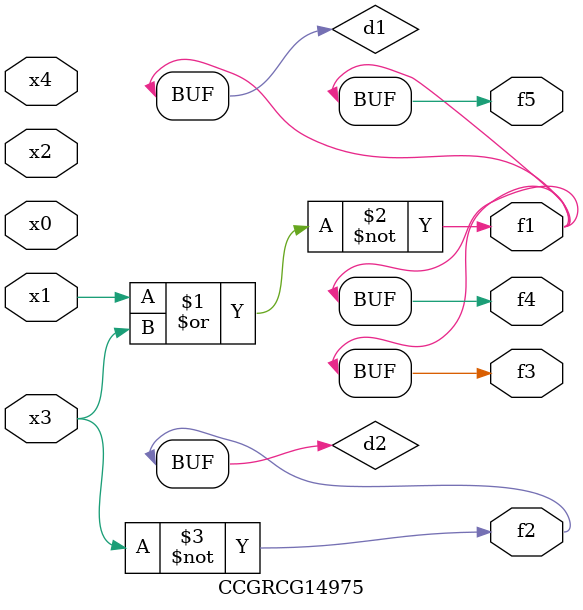
<source format=v>
module CCGRCG14975(
	input x0, x1, x2, x3, x4,
	output f1, f2, f3, f4, f5
);

	wire d1, d2;

	nor (d1, x1, x3);
	not (d2, x3);
	assign f1 = d1;
	assign f2 = d2;
	assign f3 = d1;
	assign f4 = d1;
	assign f5 = d1;
endmodule

</source>
